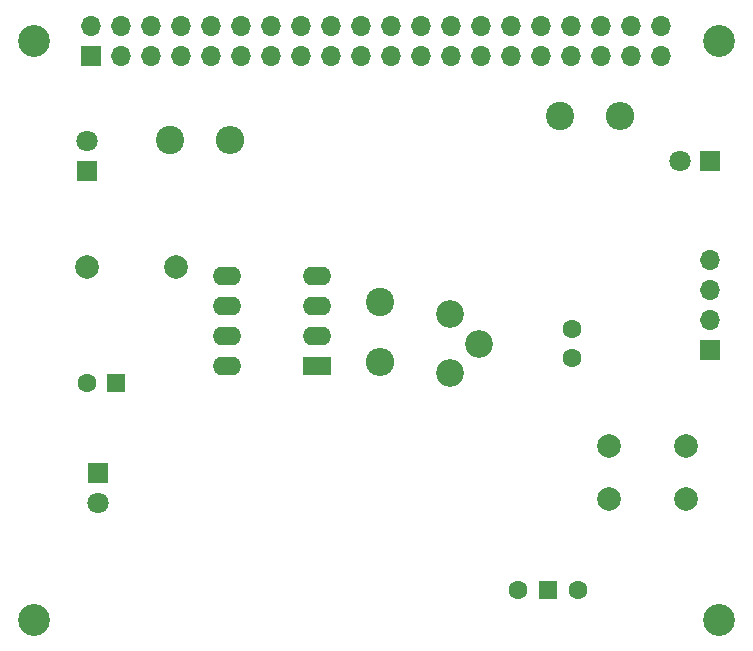
<source format=gts>
%TF.GenerationSoftware,KiCad,Pcbnew,8.0.8*%
%TF.CreationDate,2025-03-21T11:13:22+02:00*%
%TF.ProjectId,Adacel,41646163-656c-42e6-9b69-6361645f7063,rev?*%
%TF.SameCoordinates,Original*%
%TF.FileFunction,Soldermask,Top*%
%TF.FilePolarity,Negative*%
%FSLAX46Y46*%
G04 Gerber Fmt 4.6, Leading zero omitted, Abs format (unit mm)*
G04 Created by KiCad (PCBNEW 8.0.8) date 2025-03-21 11:13:22*
%MOMM*%
%LPD*%
G01*
G04 APERTURE LIST*
%ADD10C,2.000000*%
%ADD11R,1.700000X1.700000*%
%ADD12O,1.700000X1.700000*%
%ADD13C,2.700000*%
%ADD14R,1.800000X1.800000*%
%ADD15C,1.800000*%
%ADD16C,2.400000*%
%ADD17O,2.400000X2.400000*%
%ADD18C,1.600000*%
%ADD19R,1.600000X1.600000*%
%ADD20R,2.400000X1.600000*%
%ADD21O,2.400000X1.600000*%
%ADD22C,2.340000*%
%ADD23R,1.500000X1.500000*%
G04 APERTURE END LIST*
D10*
X108000000Y-66618000D03*
X115500000Y-66618000D03*
D11*
X160782000Y-73660000D03*
D12*
X160782000Y-71120000D03*
X160782000Y-68580000D03*
X160782000Y-66040000D03*
D13*
X161500000Y-47500000D03*
D14*
X108966000Y-84074000D03*
D15*
X108966000Y-86614000D03*
D16*
X115062000Y-55880000D03*
D17*
X120142000Y-55880000D03*
D14*
X160782000Y-57658000D03*
D15*
X158242000Y-57658000D03*
D18*
X149098000Y-71882000D03*
X149098000Y-74382000D03*
D13*
X103500000Y-96500000D03*
D14*
X108000000Y-58540000D03*
D15*
X108000000Y-56000000D03*
D13*
X103500000Y-47500000D03*
D19*
X110490000Y-76500000D03*
D18*
X107990000Y-76500000D03*
D20*
X127500000Y-75040000D03*
D21*
X127500000Y-72500000D03*
X127500000Y-69960000D03*
X127500000Y-67420000D03*
X119880000Y-67420000D03*
X119880000Y-69960000D03*
X119880000Y-72500000D03*
X119880000Y-75040000D03*
D13*
X161500000Y-96500000D03*
D16*
X132842000Y-69596000D03*
D17*
X132842000Y-74676000D03*
D22*
X138724000Y-70652000D03*
X141224000Y-73152000D03*
X138724000Y-75652000D03*
D18*
X144526000Y-93980000D03*
D23*
X147066000Y-93980000D03*
D18*
X149606000Y-93980000D03*
D10*
X158698000Y-86324000D03*
X152198000Y-86324000D03*
X158698000Y-81824000D03*
X152198000Y-81824000D03*
D16*
X148082000Y-53848000D03*
D17*
X153162000Y-53848000D03*
D11*
X108370000Y-48770000D03*
D12*
X108370000Y-46230000D03*
X110910000Y-48770000D03*
X110910000Y-46230000D03*
X113450000Y-48770000D03*
X113450000Y-46230000D03*
X115990000Y-48770000D03*
X115990000Y-46230000D03*
X118530000Y-48770000D03*
X118530000Y-46230000D03*
X121070000Y-48770000D03*
X121070000Y-46230000D03*
X123610000Y-48770000D03*
X123610000Y-46230000D03*
X126150000Y-48770000D03*
X126150000Y-46230000D03*
X128690000Y-48770000D03*
X128690000Y-46230000D03*
X131230000Y-48770000D03*
X131230000Y-46230000D03*
X133770000Y-48770000D03*
X133770000Y-46230000D03*
X136310000Y-48770000D03*
X136310000Y-46230000D03*
X138850000Y-48770000D03*
X138850000Y-46230000D03*
X141390000Y-48770000D03*
X141390000Y-46230000D03*
X143930000Y-48770000D03*
X143930000Y-46230000D03*
X146470000Y-48770000D03*
X146470000Y-46230000D03*
X149010000Y-48770000D03*
X149010000Y-46230000D03*
X151550000Y-48770000D03*
X151550000Y-46230000D03*
X154090000Y-48770000D03*
X154090000Y-46230000D03*
X156630000Y-48770000D03*
X156630000Y-46230000D03*
M02*

</source>
